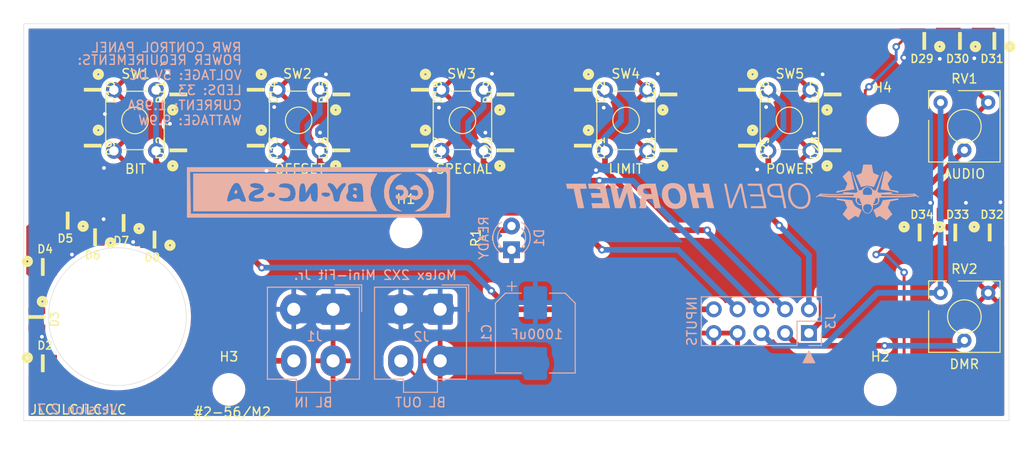
<source format=kicad_pcb>
(kicad_pcb (version 20211014) (generator pcbnew)
  (title_block (title "ABSIS NANO GENERAL I/O") (date "2017-12-26") (rev "-") (company "F/A-18C SIMPIT") (comment 1 "JOHN STEENSEN"))
  (layers (0 "F.Cu" signal) (31 "B.Cu" signal) (34 "B.Paste" user) (35 "F.Paste" user) (36 "B.SilkS" user "B.Silkscreen") (37 "F.SilkS" user "F.Silkscreen") (38 "B.Mask" user) (39 "F.Mask" user) (44 "Edge.Cuts" user))
  (net 0 "")
  (net 1 "GND")
  (net 2 "Net-(D1-Pad2)")
  (net 3 "/SPECIAL_SW")
  (net 4 "/OFFSET_SW")
  (net 5 "/BIT_SW")
  (net 6 "/LIMIT_SW")
  (net 7 "/POWER_SW")
  (net 8 "/BL_+5V")
  (net 9 "/BL_DIN")
  (net 10 "Net-(D2-Pad1)")
  (net 11 "Net-(D3-Pad1)")
  (net 12 "Net-(D4-Pad1)")
  (net 13 "Net-(D5-Pad1)")
  (net 14 "Net-(D6-Pad1)")
  (net 15 "Net-(D7-Pad1)")
  (net 16 "Net-(D8-Pad1)")
  (net 17 "/BL_DATA1")
  (net 18 "Net-(D10-Pad1)")
  (net 19 "Net-(D11-Pad1)")
  (net 20 "Net-(D12-Pad1)")
  (net 21 "Net-(D13-Pad1)")
  (net 22 "Net-(D14-Pad1)")
  (net 23 "Net-(D15-Pad1)")
  (net 24 "Net-(D16-Pad1)")
  (net 25 "/BL_DATA2")
  (net 26 "Net-(D18-Pad1)")
  (net 27 "Net-(D19-Pad1)")
  (net 28 "Net-(D20-Pad1)")
  (net 29 "Net-(D21-Pad1)")
  (net 30 "Net-(D22-Pad1)")
  (net 31 "Net-(D23-Pad1)")
  (net 32 "Net-(D24-Pad1)")
  (net 33 "Net-(D26-Pad1)")
  (net 34 "Net-(D27-Pad1)")
  (net 35 "Net-(D28-Pad1)")
  (net 36 "Net-(D29-Pad1)")
  (net 37 "Net-(D30-Pad1)")
  (net 38 "Net-(D31-Pad1)")
  (net 39 "Net-(D32-Pad1)")
  (net 40 "/BL_DOUT")
  (net 41 "/A_DMR")
  (net 42 "/A_AUDIO")
  (net 43 "+5V")
  (net 44 "/BL_DATA3")
  (net 45 "/BL_DATA4")
  (footprint "OH_Footprints:WS2812-2020" (layer "F.Cu") (at 129.01163 117.864084 180)
    (fp_text reference "D2")
    (fp_text value "LED" hide)
  )
  (footprint "OH_Footprints:WS2812-2020" (layer "F.Cu") (at 128.12263 113.165084 90)
    (fp_text reference "D3")
    (fp_text value "LED" hide)
  )
  (footprint "OH_Footprints:WS2812-2020" (layer "F.Cu") (at 129.01163 107.577084 180)
    (fp_text reference "D4")
    (fp_text value "LED" hide)
  )
  (footprint "OH_Footprints:WS2812-2020" (layer "F.Cu") (at 131.17063 102.624084)
    (fp_text reference "D5")
    (fp_text value "LED" hide)
  )
  (footprint "OH_Footprints:WS2812-2020" (layer "F.Cu") (at 134.09163 104.402084)
    (fp_text reference "D6")
    (fp_text value "LED" hide)
  )
  (footprint "OH_Footprints:WS2812-2020" (layer "F.Cu") (at 137.13963 102.878084)
    (fp_text reference "D7")
    (fp_text value "LED" hide)
  )
  (footprint "OH_Footprints:WS2812-2020" (layer "F.Cu") (at 140.44163 104.656084)
    (fp_text reference "D8")
    (fp_text value "LED" hide)
  )
  (footprint "OH_Footprints:WS2812-2020" (layer "F.Cu") (at 134.09163 94.877084 90)
    (fp_text reference "D9")
    (fp_text value "LED" hide)
  )
  (footprint "OH_Footprints:WS2812-2020" (layer "F.Cu") (at 143.23563 88.908084 -90)
    (fp_text reference "D11")
    (fp_text value "LED" hide)
  )
  (footprint "OH_Footprints:WS2812-2020" (layer "F.Cu") (at 143.23563 94.877084 -90)
    (fp_text reference "D12")
    (fp_text value "LED" hide)
  )
  (footprint "OH_Footprints:WS2812-2020" (layer "F.Cu") (at 151.49063 94.877084 90)
    (fp_text reference "D13")
    (fp_text value "LED" hide)
  )
  (footprint "OH_Footprints:WS2812-2020" (layer "F.Cu") (at 151.49063 88.908084 90)
    (fp_text reference "D14")
    (fp_text value "LED" hide)
  )
  (footprint "OH_Footprints:WS2812-2020" (layer "F.Cu") (at 160.63463 88.908084 -90)
    (fp_text reference "D15")
    (fp_text value "LED" hide)
  )
  (footprint "OH_Footprints:WS2812-2020" (layer "F.Cu") (at 160.63463 94.877084 -90)
    (fp_text reference "D16")
    (fp_text value "LED" hide)
  )
  (footprint "OH_Footprints:WS2812-2020" (layer "F.Cu") (at 169.01663 94.877084 90)
    (fp_text reference "D17")
    (fp_text value "LED" hide)
  )
  (footprint "OH_Footprints:WS2812-2020" (layer "F.Cu") (at 169.01663 88.908084 90)
    (fp_text reference "D18")
    (fp_text value "LED" hide)
  )
  (footprint "OH_Footprints:WS2812-2020" (layer "F.Cu") (at 178.16063 88.908084 -90)
    (fp_text reference "D19")
    (fp_text value "LED" hide)
  )
  (footprint "OH_Footprints:WS2812-2020" (layer "F.Cu") (at 178.16063 94.877084 -90)
    (fp_text reference "D20")
    (fp_text value "LED" hide)
  )
  (footprint "OH_Footprints:WS2812-2020" (layer "F.Cu") (at 186.41563 94.877084 90)
    (fp_text reference "D21")
    (fp_text value "LED" hide)
  )
  (footprint "OH_Footprints:WS2812-2020" (layer "F.Cu") (at 186.41563 88.908084 90)
    (fp_text reference "D22")
    (fp_text value "LED" hide)
  )
  (footprint "OH_Footprints:WS2812-2020" (layer "F.Cu") (at 195.55963 88.908084 -90)
    (fp_text reference "D23")
    (fp_text value "LED" hide)
  )
  (footprint "OH_Footprints:WS2812-2020" (layer "F.Cu") (at 195.55963 94.877084 -90)
    (fp_text reference "D24")
    (fp_text value "LED" hide)
  )
  (footprint "OH_Footprints:WS2812-2020" (layer "F.Cu") (at 203.94163 94.877084 90)
    (fp_text reference "D25")
    (fp_text value "LED" hide)
  )
  (footprint "OH_Footprints:WS2812-2020" (layer "F.Cu") (at 203.94163 88.908084 90)
    (fp_text reference "D26")
    (fp_text value "LED" hide)
  )
  (footprint "OH_Footprints:WS2812-2020" (layer "F.Cu") (at 213.08563 88.908084 -90)
    (fp_text reference "D27")
    (fp_text value "LED" hide)
  )
  (footprint "OH_Footprints:WS2812-2020" (layer "F.Cu") (at 226.430608 83.447084)
    (fp_text reference "D30")
    (fp_text value "LED" hide)
  )
  (footprint "OH_Footprints:WS2812-2020" (layer "F.Cu") (at 230.10363 83.447084)
    (fp_text reference "D31")
    (fp_text value "LED" hide)
  )
  (footprint "OH_Footprints:WS2812-2020" (layer "F.Cu") (at 230.10363 103.894084 180)
    (fp_text reference "D32")
    (fp_text value "LED" hide)
  )
  (footprint "OH_Footprints:WS2812-2020" (layer "F.Cu") (at 226.430608 103.894084 180)
    (fp_text reference "D33")
    (fp_text value "LED" hide)
  )
  (footprint "MountingHole:MountingHole_2.5mm" (layer "F.Cu") (at 218.16563 120.658084)
    (fp_text reference "H2")
    (fp_text value "MountingHole")
  )
  (footprint "MountingHole:MountingHole_2.5mm" (layer "F.Cu") (at 148.633132 120.658084)
    (fp_text reference "H3")
    (fp_text value "MountingHole")
  )
  (footprint "MountingHole:MountingHole_2.5mm" (layer "F.Cu") (at 218.419631 91.924335)
    (fp_text reference "H4")
    (fp_text value "MountingHole")
  )
  (footprint "OH_Footprints:R_0603_1608Metric" (layer "F.Cu") (at 176.265608 104.475561 -90)
    (fp_text reference "R1")
    (fp_text value "R")
  )
  (footprint "KiCAD Libraries:Bourns_3310Y" (layer "F.Cu") (at 227.150881 92.559335)
    (fp_text reference "RV1")
    (fp_text value "AUDIO")
  )
  (footprint "KiCAD Libraries:Bourns_3310Y" (layer "F.Cu") (at 227.150881 112.879335)
    (fp_text reference "RV2")
    (fp_text value "DMR")
  )
  (footprint "OH_Footprints:SW_TH_Tactile_Omron_B3F-10xx" (layer "F.Cu") (at 140.854381 88.685835 -90)
    (fp_text reference "SW1")
    (fp_text value "BIT")
  )
  (footprint "OH_Footprints:SW_TH_Tactile_Omron_B3F-10xx" (layer "F.Cu") (at 158.329581 88.673135 -90)
    (fp_text reference "SW2")
    (fp_text value "OFFSET")
  )
  (footprint "OH_Footprints:SW_TH_Tactile_Omron_B3F-10xx" (layer "F.Cu") (at 175.817482 88.673135 -90)
    (fp_text reference "SW3")
    (fp_text value "SPECIAL")
  )
  (footprint "OH_Footprints:SW_TH_Tactile_Omron_B3F-10xx" (layer "F.Cu") (at 188.784181 95.175535 90)
    (fp_text reference "SW4")
    (fp_text value "LIMIT")
  )
  (footprint "OH_Footprints:SW_TH_Tactile_Omron_B3F-10xx" (layer "F.Cu") (at 206.22128 95.175535 90)
    (fp_text reference "SW5")
    (fp_text value "POWER")
  )
  (footprint "MountingHole:MountingHole_2.5mm" (layer "F.Cu") (at 167.533132 103.830585)
    (fp_text reference "H1")
    (fp_text value "MountingHole")
  )
  (footprint "OH_Footprints:WS2812-2020" (layer "F.Cu") (at 134.09163 88.908084 90)
    (fp_text reference "D10")
    (fp_text value "LED" hide)
  )
  (footprint "OH_Footprints:WS2812-2020" (layer "F.Cu") (at 213.08563 94.877084 -90)
    (fp_text reference "D28")
    (fp_text value "LED" hide)
  )
  (footprint "OH_Footprints:WS2812-2020" (layer "F.Cu") (at 222.620608 103.894084 180)
    (fp_text reference "D34")
    (fp_text value "LED" hide)
  )
  (footprint "OH_Footprints:WS2812-2020" (layer "F.Cu") (at 222.620608 83.447084)
    (fp_text reference "D29")
    (fp_text value "LED" hide)
  )
  (footprint "OH_Footprints:CP_Elec_8x10" (layer "B.Cu") (at 181.345608 114.635561 -90)
    (fp_text reference "C1")
    (fp_text value "1000 nF")
  )
  (footprint "OH_Footprints:LED_D3.0mm" (layer "B.Cu") (at 178.805608 105.745561 90)
    (fp_text reference "D1")
    (fp_text value "READY")
  )
  (footprint "OH_Footprints:Molex_Mini-Fit_Jr_5566-04A_2x02_P4.20mm_Vertical" (layer "B.Cu") (at 159.755608 112.095561 180)
    (fp_text reference "J1")
    (fp_text value "BL IN")
  )
  (footprint "OH_Footprints:Molex_Mini-Fit_Jr_5566-04A_2x02_P4.20mm_Vertical" (layer "B.Cu") (at 171.185608 112.095561 180)
    (fp_text reference "J2")
    (fp_text value "BL OUT")
  )
  (footprint "Connector_PinHeader_2.54mm:PinHeader_2x05_P2.54mm_Vertical" (layer "B.Cu") (at 210.555608 114.635561 90)
    (fp_text reference "J3")
    (fp_text value "INPUTS")
  )
  (footprint "Openhornet:OH_LOGO_37.7mm_5.9mm" (layer "B.Cu") (at 203.475608 99.617739 180)
    (fp_text reference "G***" hide)
    (fp_text value "LOGO" hide)
  )
  (footprint "Openhornet:CC-BY-NC-SA-Small" (layer "B.Cu") (at 158.285608 99.615561 180)
    (fp_text reference "G***" hide)
    (fp_text value "LOGO" hide)
  )
  (gr_poly (pts (xy 211.190608 117.810561) (xy 209.920608 117.810561) (xy 210.555608 116.540561)) (layer "B.SilkS") (width 0.1) (fill solid))
  (gr_circle (center 136.726882 112.879334) (end 144.076882 112.879334) (layer "Edge.Cuts") (width 0.05) (fill none))
  (gr_line (start 126.735608 123.991834) (end 231.913381 123.991834) (layer "Edge.Cuts") (width 0.05))
  (gr_line (start 126.735608 81.615561) (end 126.735608 102.233108) (layer "Edge.Cuts") (width 0.05))
  (gr_line (start 231.913381 123.991834) (end 231.913381 81.615561) (layer "Edge.Cuts") (width 0.05))
  (gr_line (start 231.913381 81.615561) (end 126.735608 81.615561) (layer "Edge.Cuts") (width 0.05))
  (gr_line (start 126.735608 102.233108) (end 126.735608 123.991834) (layer "Edge.Cuts") (width 0.05))
  (gr_text "Version 2.7" (at 132.45968 122.759935) (layer "B.SilkS") (effects (font (size 1 1)) (justify mirror)))
  (gr_text "POWER REQUIREMENTS:\nVOLTAGE: 5V DC\nLEDS: 33\nCURRENT: 1.98A\nWATTAGE: 9.9W" (at 150.103608 88.705561) (layer "B.SilkS") (effects (font (size 1 1)) (justify left mirror)))
  (gr_text "1000uF" (at 181.505608 114.765561) (layer "B.SilkS") (effects (font (size 1 1)) (justify mirror)))
  (gr_text "RWR CONTROL PANEL" (at 141.975608 84.155561) (layer "B.SilkS") (effects (font (size 1 1)) (justify mirror)))
  (gr_text "Molex 2X2 Mini-Fit Jr." (at 164.265608 108.445561) (layer "B.SilkS") (effects (font (size 1 1)) (justify mirror)))
  (gr_text "#2-56/M2" (at 144.769608 123.081061) (layer "F.SilkS") (effects (font (size 1 1)) (justify left)))
  (gr_text "JLCJLCJLCJLC" (at 132.56128 122.810735) (layer "F.SilkS") (effects (font (size 1 1))))
  (segment (start 224.238009 82.194683) (end 223.535608 82.897084) (width 0.3048) (layer "F.Cu") (net 1))
  (segment (start 127.154708 103.319861) (end 128.818408 101.656161) (width 0.3048) (layer "F.Cu") (net 1))
  (segment (start 141.35663 103.983583) (end 140.324608 102.951561) (width 0.3048) (layer "F.Cu") (net 1))
  (segment (start 135.00663 103.852084) (end 135.00663 103.285083) (width 0.3048) (layer "F.Cu") (net 1))
  (segment (start 226.643207 82.194683) (end 224.238009 82.194683) (width 0.3048) (layer "F.Cu") (net 1))
  (segment (start 230.316229 82.194683) (end 228.048009 82.194683) (width 0.3048) (layer "F.Cu") (net 1))
  (segment (start 231.01863 82.897084) (end 230.316229 82.194683) (width 0.3048) (layer "F.Cu") (net 1))
  (segment (start 228.048009 82.194683) (end 227.345608 82.897084) (width 0.3048) (layer "F.Cu") (net 1))
  (segment (start 141.35663 104.106084) (end 141.35663 103.983583) (width 0.3048) (layer "F.Cu") (net 1))
  (segment (start 127.154708 108.247461) (end 127.154708 103.319861) (width 0.3048) (layer "F.Cu") (net 1))
  (segment (start 127.57263 108.651084) (end 127.57263 112.250084) (width 0.3048) (layer "F.Cu") (net 1))
  (segment (start 128.09663 108.127084) (end 127.57263 108.651084) (width 0.3048) (layer "F.Cu") (net 1))
  (segment (start 220.363086 82.222083) (end 219.699608 82.885561) (width 0.25) (layer "F.Cu") (net 1))
  (segment (start 127.558331 108.651084) (end 127.154708 108.247461) (width 0.3048) (layer "F.Cu") (net 1))
  (segment (start 127.57263 108.651084) (end 127.558331 108.651084) (width 0.3048) (layer "F.Cu") (net 1))
  (segment (start 135.00663 103.285083) (end 133.352308 101.630761) (width 0.3048) (layer "F.Cu") (net 1))
  (segment (start 227.345608 82.897084) (end 226.643207 82.194683) (width 0.3048) (layer "F.Cu") (net 1))
  (segment (start 222.860607 82.222083) (end 220.363086 82.222083) (width 0.25) (layer "F.Cu") (net 1))
  (segment (start 223.535608 82.897084) (end 222.860607 82.222083) (width 0.25) (layer "F.Cu") (net 1))
  (segment (start 171.185608 117.595561) (end 181.055608 117.595561) (width 3) (layer "B.Cu") (net 1))
  (segment (start 181.055608 117.595561) (end 181.345608 117.885561) (width 3) (layer "B.Cu") (net 1))
  (segment (start 178.360608 103.650561) (end 178.805608 103.205561) (width 0.6096) (layer "F.Cu") (net 2))
  (segment (start 176.265608 103.650561) (end 178.360608 103.650561) (width 0.6096) (layer "F.Cu") (net 2))
  (segment (start 175.817482 96.375216) (end 177.806017 98.363751) (width 0.6096) (layer "F.Cu") (net 3))
  (segment (start 175.817482 95.173135) (end 175.817482 96.375216) (width 0.6096) (layer "F.Cu") (net 3))
  (segment (start 177.806017 98.363751) (end 188.195459 98.363751) (width 0.6096) (layer "F.Cu") (net 3))
  (via (at 188.195459 98.363751) (size 0.8) (drill 0.4) (layers "F.Cu" "B.Cu") (net 3))
  (segment (start 175.817482 88.673135) (end 175.817482 90.509187) (width 0.6096) (layer "B.Cu") (net 3))
  (segment (start 175.817482 90.509187) (end 174.170108 92.156561) (width 0.6096) (layer "B.Cu") (net 3))
  (segment (start 191.743798 98.363751) (end 188.195459 98.363751) (width 0.6096) (layer "B.Cu") (net 3))
  (segment (start 174.170108 92.156561) (end 174.170108 93.525761) (width 0.6096) (layer "B.Cu") (net 3))
  (segment (start 205.475608 112.095561) (end 191.743798 98.363751) (width 0.6096) (layer "B.Cu") (net 3))
  (segment (start 174.170108 93.525761) (end 175.817482 95.173135) (width 0.6096) (layer "B.Cu") (net 3))
  (segment (start 163.743927 101.789562) (end 184.501609 101.789562) (width 0.6096) (layer "F.Cu") (net 4))
  (segment (start 184.501609 101.789562) (end 188.457608 105.745561) (width 0.6096) (layer "F.Cu") (net 4))
  (segment (start 158.329581 96.375216) (end 163.743927 101.789562) (width 0.6096) (layer "F.Cu") (net 4))
  (segment (start 158.329581 95.173135) (end 158.329581 96.375216) (width 0.6096) (layer "F.Cu") (net 4))
  (via (at 188.457608 105.745561) (size 0.8) (drill 0.4) (layers "F.Cu" "B.Cu") (net 4))
  (segment (start 158.329581 91.169588) (end 157.025108 92.474061) (width 0.6096) (layer "B.Cu") (net 4))
  (segment (start 196.585608 105.745561) (end 188.457608 105.745561) (width 0.6096) (layer "B.Cu") (net 4))
  (segment (start 157.025108 93.868662) (end 158.329581 95.173135) (width 0.6096) (layer "B.Cu") (net 4))
  (segment (start 157.025108 92.474061) (end 157.025108 93.868662) (width 0.6096) (layer "B.Cu") (net 4))
  (segment (start 158.329581 88.673135) (end 158.329581 91.169588) (width 0.6096) (layer "B.Cu") (net 4))
  (segment (start 202.935608 112.095561) (end 196.585608 105.745561) (width 0.6096) (layer "B.Cu") (net 4))
  (segment (start 178.615108 112.095561) (end 176.646608 110.127061) (width 0.6096) (layer "F.Cu") (net 5))
  (segment (start 140.854381 96.369334) (end 140.854381 95.185835) (width 0.6096) (layer "F.Cu") (net 5))
  (segment (start 200.395608 112.095561) (end 178.615108 112.095561) (width 0.6096) (layer "F.Cu") (net 5))
  (segment (start 152.135608 107.650561) (end 140.854381 96.369334) (width 0.6096) (layer "F.Cu") (net 5))
  (via (at 152.135608 107.650561) (size 0.8) (drill 0.4) (layers "F.Cu" "B.Cu") (net 5))
  (via (at 176.646608 110.127061) (size 0.8) (drill 0.4) (layers "F.Cu" "B.Cu") (net 5))
  (segment (start 174.170108 107.650561) (end 152.135608 107.650561) (width 0.6096) (layer "B.Cu") (net 5))
  (segment (start 140.854381 95.185835) (end 140.854381 88.685835) (width 0.6096) (layer "B.Cu") (net 5))
  (segment (start 176.646608 110.127061) (end 174.170108 107.650561) (width 0.6096) (layer "B.Cu") (net 5))
  (segment (start 195.188608 103.650061) (end 188.784181 97.245634) (width 0.6096) (layer "F.Cu") (net 6))
  (segment (start 199.697108 103.650061) (end 195.188608 103.650061) (width 0.6096) (layer "F.Cu") (net 6))
  (segment (start 188.784181 97.245634) (end 188.784181 95.175535) (width 0.6096) (layer "F.Cu") (net 6))
  (via (at 199.697108 103.650061) (size 0.8) (drill 0.4) (layers "F.Cu" "B.Cu") (net 6))
  (segment (start 199.697108 103.777061) (end 199.697108 103.650061) (width 0.6096) (layer "B.Cu") (net 6))
  (segment (start 188.784181 95.175535) (end 188.784181 93.671488) (width 0.6096) (layer "B.Cu") (net 6))
  (segment (start 188.784181 93.671488) (end 190.489608 91.966061) (width 0.6096) (layer "B.Cu") (net 6))
  (segment (start 208.015608 112.095561) (end 199.697108 103.777061) (width 0.6096) (layer "B.Cu") (net 6))
  (segment (start 190.489608 90.380962) (end 188.784181 88.675535) (width 0.6096) (layer "B.Cu") (net 6))
  (segment (start 190.489608 91.966061) (end 190.489608 90.380962) (width 0.6096) (layer "B.Cu") (net 6))
  (segment (start 206.22128 101.982733) (end 206.22128 95.175535) (width 0.6096) (layer "F.Cu") (net 7))
  (segment (start 207.380608 103.142061) (end 206.22128 101.982733) (width 0.6096) (layer "F.Cu") (net 7))
  (via (at 207.380608 103.142061) (size 0.8) (drill 0.4) (layers "F.Cu" "B.Cu") (net 7))
  (segment (start 206.22128 94.395389) (end 206.22128 95.175535) (width 0.6096) (layer "B.Cu") (net 7))
  (segment (start 207.825108 90.279363) (end 207.825108 92.791561) (width 0.6096) (layer "B.Cu") (net 7))
  (segment (start 210.555608 112.095561) (end 210.555608 106.317061) (width 0.6096) (layer "B.Cu") (net 7))
  (segment (start 206.22128 88.675535) (end 207.825108 90.279363) (width 0.6096) (layer "B.Cu") (net 7))
  (segment (start 210.555608 106.317061) (end 207.380608 103.142061) (width 0.6096) (layer "B.Cu") (net 7))
  (segment (start 207.825108 92.791561) (end 206.22128 94.395389) (width 0.6096) (layer "B.Cu") (net 7))
  (segment (start 128.67263 115.028084) (end 128.67263 114.080084) (width 0.3048) (layer "F.Cu") (net 8))
  (segment (start 131.87713 106.251584) (end 133.17663 104.952084) (width 0.3048) (layer "F.Cu") (net 8))
  (segment (start 134.64163 96.354183) (end 135.295408 97.007961) (width 0.3048) (layer "F.Cu") (net 8))
  (segment (start 227.345608 100.755061) (end 227.319608 100.729061) (width 0.3048) (layer "F.Cu") (net 8))
  (segment (start 231.01863 103.344084) (end 231.01863 100.681583) (width 0.3048) (layer "F.Cu") (net 8))
  (segment (start 227.345608 103.344084) (end 227.345608 100.755061) (width 0.3048) (layer "F.Cu") (net 8))
  (segment (start 186.96563 89.823084) (end 187.902131 89.823084) (width 0.3048) (layer "F.Cu") (net 8))
  (segment (start 205.301131 89.823084) (end 205.983608 90.505561) (width 0.3048) (layer "F.Cu") (net 8))
  (segment (start 129.92663 117.314084) (end 128.67263 116.060084) (width 0.3048) (layer "F.Cu") (net 8))
  (segment (start 221.705608 84.245061) (end 220.715608 85.235061) (width 0.3048) (layer "F.Cu") (net 8))
  (segment (start 160.08463 87.993084) (end 159.973631 87.993084) (width 0.3048) (layer "F.Cu") (net 8))
  (segment (start 204.49163 96.633583) (end 205.031108 97.173061) (width 0.3048) (layer "F.Cu") (net 8))
  (segment (start 152.04063 89.823084) (end 152.786631 89.823084) (width 0.3048) (layer "F.Cu") (net 8))
  (segment (start 152.786631 89.823084) (end 153.469108 90.505561) (width 0.3048) (layer "F.Cu") (net 8))
  (segment (start 135.258665 102.696441) (end 135.258665 102.473049) (width 0.3048) (layer "F.Cu") (net 8))
  (segment (start 225.515608 84.372061) (end 224.525608 85.362061) (width 0.3048) (layer "F.Cu") (net 8))
  (segment (start 134.64163 89.823084) (end 135.39404 90.575494) (width 0.3048) (layer "F.Cu") (net 8))
  (segment (start 225.515608 83.997084) (end 225.515608 84.372061) (width 0.3048) (layer "F.Cu") (net 8))
  (segment (start 142.68563 93.962084) (end 142.68563 92.635253) (width 0.3048) (layer "F.Cu") (net 8))
  (segment (start 212.53563 93.962084) (end 211.789631 93.962084) (width 0.3048) (layer "F.Cu") (net 8))
  (segment (start 231.01863 100.681583) (end 231.002608 100.665561) (width 0.3048) (layer "F.Cu") (net 8))
  (segment (start 229.18863 83.997084) (end 229.18863 84.318539) (width 0.3048) (layer "F.Cu") (net 8))
  (segment (start 221.705608 83.997084) (end 221.705608 84.245061) (width 0.3048) (layer "F.Cu") (net 8))
  (segment (start 160.08463 93.962084) (end 159.084631 93.962084) (width 0.3048) (layer "F.Cu") (net 8))
  (segment (start 176.737631 93.962084) (end 176.011608 93.236061) (width 0.3048) (layer "F.Cu") (net 8))
  (segment (start 152.04063 95.792084) (end 152.04063 96.697083) (width 0.3048) (layer "F.Cu") (net 8))
  (segment (start 138.70563 105.206084) (end 138.40963 104.910084) (width 0.3048) (layer "F.Cu") (net 8))
  (segment (start 229.18863 84.318539) (end 228.208608 85.298561) (width 0.3048) (layer "F.Cu") (net 8))
  (segment (start 134.64163 95.792084) (end 134.64163 96.354183) (width 0.3048) (layer "F.Cu") (net 8))
  (segment (start 152.04063 96.697083) (end 152.643608 97.300061) (width 0.3048) (layer "F.Cu") (net 8))
  (segment (start 135.39404 90.575494) (end 135.39404 91.251426) (width 0.3048) (layer "F.Cu") (net 8))
  (segment (start 211.789631 93.962084) (end 211.127108 93.299561) (width 0.3048) (layer "F.Cu") (net 8))
  (segment (start 195.00963 87.993084) (end 195.00963 87.532583) (width 0.3048) (layer "F.Cu") (net 8))
  (segment (start 170.312631 89.823084) (end 171.058608 90.569061) (width 0.3048) (layer "F.Cu") (net 8))
  (segment (start 212.53563 87.532583) (end 212.016108 87.013061) (width 0.3048) (layer "F.Cu") (net 8))
  (segment (start 204.49163 95.792084) (end 204.49163 96.633583) (width 0.3048) (layer "F.Cu") (net 8))
  (segment (start 169.56663 95.792084) (end 169.56663 96.760583) (width 0.3048) (layer "F.Cu") (net 8))
  (segment (start 136.22463 103.428084) (end 135.990308 103.428084) (width 0.3048) (layer "F.Cu") (net 8))
  (segment (start 186.96563 96.379583) (end 187.822608 97.236561) (width 0.3048) (layer "F.Cu") (net 8))
  (segment (start 195.00963 93.962084) (end 194.390631 93.962084) (width 0.3048) (layer "F.Cu") (net 8))
  (segment (start 139.52663 105.206084) (end 138.70563 105.206084) (width 0.3048) (layer "F.Cu") (net 8))
  (segment (start 129.92663 107.027084) (end 131.10163 107.027084) (width 0.3048) (layer "F.Cu") (net 8))
  (segment (start 186.96563 95.792084) (end 186.96563 96.379583) (width 0.3048) (layer "F.Cu") (net 8))
  (segment (start 131.10163 107.027084) (end 131.87713 106.251584) (width 0.3048) (layer "F.Cu") (net 8))
  (segment (start 177.61063 87.993084) (end 177.61063 87.850083) (width 0.3048) (layer "F.Cu") (net 8))
  (segment (start 142.68563 92.635253) (end 142.338923 92.288546) (width 0.3048) (layer "F.Cu") (net 8))
  (segment (start 135.990308 103.428084) (end 135.258665 102.696441) (width 0.3048) (layer "F.Cu") (net 8))
  (segment (start 132.03363 104.952084) (end 133.17663 104.952084) (width 0.3048) (layer "F.Cu") (net 8))
  (segment (start 142.68563 87.443683) (end 142.051808 86.809861) (width 0.3048) (layer "F.Cu") (net 8))
  (segment (start 169.56663 89.823084) (end 170.312631 89.823084) (width 0.3048) (layer "F.Cu") (net 8))
  (segment (start 177.61063 93.962084) (end 176.737631 93.962084) (width 0.3048) (layer "F.Cu") (net 8))
  (segment (start 195.00963 87.532583) (end 194.426608 86.949561) (width 0.3048) (layer "F.Cu") (net 8))
  (segment (start 159.084631 93.962084) (end 158.358608 93.236061) (width 0.3048) (layer "F.Cu") (net 8))
  (segment (start 212.53563 87.993084) (end 212.53563 87.532583) (width 0.3048) (layer "F.Cu") (net 8))
  (segment (start 204.49163 89.823084) (end 205.301131 89.823084) (width 0.3048) (layer "F.Cu") (net 8))
  (segment (start 194.390631 93.962084) (end 193.474108 93.045561) (width 0.3048) (layer "F.Cu") (net 8))
  (segment (start 159.973631 87.993084) (end 158.993608 87.013061) (width 0.3048) (layer "F.Cu") (net 8))
  (segment (start 130.25563 103.174084) (end 132.03363 104.952084) (width 0.3048) (layer "F.Cu") (net 8))
  (segment (start 223.535608 103.344084) (end 223.535608 100.755061) (width 0.3048) (layer "F.Cu") (net 8))
  (segment (start 169.56663 96.760583) (end 170.106108 97.300061) (width 0.3048) (layer "F.Cu") (net 8))
  (segment (start 128.67263 116.060084) (end 128.67263 115.028084) (width 0.3048) (layer "F.Cu") (net 8))
  (segment (start 177.61063 87.850083) (end 176.710108 86.949561) (width 0.3048) (layer "F.Cu") (net 8))
  (segment (start 223.535608 100.755061) (end 223.509608 100.729061) (width 0.3048) (layer "F.Cu") (net 8))
  (segment (start 142.68563 87.993084) (end 142.68563 87.443683) (width 0.3048) (layer "F.Cu") (net 8))
  (segment (start 187.902131 89.823084) (end 188.648108 90.569061) (width 0.3048) (layer "F.Cu") (net 8))
  (via (at 170.106108 97.300061) (size 0.8) (drill 0.4) (layers "F.Cu" "B.Cu") (net 8))
  (via (at 135.258665 102.473049) (size 0.8) (drill 0.4) (layers "F.Cu" "B.Cu") (net 8))
  (via (at 193.474108 93.045561) (size 0.8) (drill 0.4) (layers "F.Cu" "B.Cu") (net 8))
  (via (at 158.993608 87.013061) (size 0.8) (drill 0.4) (layers "F.Cu" "B.Cu") (net 8))
  (via (at 205.983608 90.505561) (size 0.8) (drill 0.4) (layers "F.Cu" "B.Cu") (net 8))
  (via (at 153.469108 90.505561) (size 0.8) (drill 0.4) (layers "F.Cu" "B.Cu") (net 8))
  (via (at 212.016108 87.013061) (size 0.8) (drill 0.4) (layers "F.Cu" "B.Cu") (net 8))
  (via (at 142.051808 86.809861) (size 0.8) (drill 0.4) (layers "F.Cu" "B.Cu") (net 8))
  (via (at 187.822608 97.236561) (size 0.8) (drill 0.4) (layers "F.Cu" "B.Cu") (net 8))
  (via (at 223.509608 100.729061) (size 0.8) (drill 0.4) (layers "F.Cu" "B.Cu") (net 8))
  (via (at 135.295408 97.007961) (size 0.8) (drill 0.4) (layers "F.Cu" "B.Cu") (net 8))
  (via (at 142.338923 92.288546) (size 0.8) (drill 0.4) (layers "F.Cu" "B.Cu") (net 8))
  (via (at 211.127108 93.299561) (size 0.8) (drill 0.4) (layers "F.Cu" "B.Cu") (net 8))
  (via (at 128.67263 115.028084) (size 0.8) (drill 0.4) (layers "F.Cu" "B.Cu") (net 8))
  (via (at 171.058608 90.569061) (size 0.8) (drill 0.4) (layers "F.Cu" "B.Cu") (net 8))
  (via (at 176.011608 93.236061) (size 0.8) (drill 0.4) (layers "F.Cu" "B.Cu") (net 8))
  (via (at 158.358608 93.236061) (size 0.8) (drill 0.4) (layers "F.Cu" "B.Cu") (net 8))
  (via (at 220.715608 85.235061) (size 0.8) (drill 0.4) (layers "F.Cu" "B.Cu") (net 8))
  (via (at 138.40963 104.910084) (size 0.8) (drill 0.4) (layers "F.Cu" "B.Cu") (net 8))
  (via (at 224.525608 85.362061) (size 0.8) (drill 0.4) (layers "F.Cu" "B.Cu") (net 8))
  (via (at 227.319608 100.729061) (size 0.8) (drill 0.4) (layers "F.Cu" "B.Cu") (net 8))
  (via (at 188.648108 90.569061) (size 0.8) (drill 0.4) (layers "F.Cu" "B.Cu") (net 8))
  (via (at 152.643608 97.300061) (size 0.8) (drill 0.4) (layers "F.Cu" "B.Cu") (net 8))
  (via (at 228.208608 85.298561) (size 0.8) (drill 0.4) (layers "F.Cu" "B.Cu") (net 8))
  (via (at 135.39404 91.251426) (size 0.8) (drill 0.4) (layers "F.Cu" "B.Cu") (net 8))
  (via (at 176.710108 86.949561) (size 0.8) (drill 0.4) (layers "F.Cu" "B.Cu") (net 8))
  (via (at 194.426608 86.949561) (size 0.8) (drill 0.4) (layers "F.Cu" "B.Cu") (net 8))
  (via (at 205.031108 97.173061) (size 0.8) (drill 0.4) (layers "F.Cu" "B.Cu") (net 8))
  (via (at 131.87713 106.251584) (size 0.8) (drill 0.4) (layers "F.Cu" "B.Cu") (net 8))
  (via (at 231.002608 100.665561) (size 0.8) (drill 0.4) (layers "F.Cu" "B.Cu") (net 8))
  (segment (start 171.185608 112.095561) (end 166.985608 112.095561) (width 3) (layer "B.Cu") (net 8))
  (segment (start 159.755608 112.095561) (end 155.555608 112.095561) (width 3) (layer "B.Cu") (net 8))
  (segment (start 166.985608 112.095561) (end 159.755608 112.095561) (width 3) (layer "B.Cu") (net 8))
  (segment (start 132.650354 121.137808) (end 129.92663 118.414084) (width 0.6096) (layer "F.Cu") (net 9))
  (segment (start 143.72836 121.137808) (end 132.650354 121.137808) (width 0.6096) (layer "F.Cu") (net 9))
  (segment (start 155.555608 117.595561) (end 147.270608 117.595561) (width 0.6096) (layer "F.Cu") (net 9))
  (segment (start 147.270608 117.595561) (end 143.72836 121.137808) (width 0.6096) (layer "F.Cu") (net 9))
  (segment (start 127.57263 116.790084) (end 127.57263 114.080084) (width 0.3048) (layer "F.Cu") (net 10))
  (segment (start 128.09663 117.314084) (end 127.57263 116.790084) (width 0.3048) (layer "F.Cu") (net 10))
  (segment (start 128.67263 112.250084) (end 128.67263 109.381084) (width 0.3048) (layer "F.Cu") (net 11))
  (segment (start 128.67263 109.381084) (end 129.92663 108.127084) (width 0.3048) (layer "F.Cu") (net 11))
  (segment (start 128.09663 103.578284) (end 129.60083 102.074084) (width 0.3048) (layer "F.Cu") (net 12))
  (segment (start 129.60083 102.074084) (end 130.25563 102.074084) (width 0.3048) (layer "F.Cu") (net 12))
  (segment (start 128.09663 107.027084) (end 128.09663 103.578284) (width 0.3048) (layer "F.Cu") (net 12))
  (segment (start 132.08563 103.174084) (end 132.49863 103.174084) (width 0.3048) (layer "F.Cu") (net 13))
  (segment (start 132.49863 103.174084) (end 133.17663 103.852084) (width 0.3048) (layer "F.Cu") (net 13))
  (segment (start 136.927031 102.375685) (end 136.87943 102.328084) (width 0.3048) (layer "F.Cu") (net 14))
  (segment (start 136.927031 104.060005) (end 136.927031 102.375685) (width 0.3048) (layer "F.Cu") (net 14))
  (segment (start 136.034952 104.952084) (end 136.927031 104.060005) (width 0.3048) (layer "F.Cu") (net 14))
  (segment (start 136.87943 102.328084) (end 136.22463 102.328084) (width 0.3048) (layer "F.Cu") (net 14))
  (segment (start 135.00663 104.952084) (end 136.034952 104.952084) (width 0.3048) (layer "F.Cu") (net 14))
  (segment (start 138.05463 103.428084) (end 138.84863 103.428084) (width 0.3048) (layer "F.Cu") (net 15))
  (segment (start 138.84863 103.428084) (end 139.52663 104.106084) (width 0.3048) (layer "F.Cu") (net 15))
  (segment (start 142.394708 103.497661) (end 138.318008 99.420961) (width 0.3048) (layer "F.Cu") (net 16))
  (segment (start 138.318008 99.420961) (end 136.514608 99.420961) (width 0.3048) (layer "F.Cu") (net 16))
  (segment (start 142.394708 104.822806) (end 142.394708 103.497661) (width 0.3048) (layer "F.Cu") (net 16))
  (segment (start 136.514608 99.419862) (end 133.54163 96.446884) (width 0.3048) (layer "F.Cu") (net 16))
  (segment (start 142.01143 105.206084) (end 142.394708 104.822806) (width 0.3048) (layer "F.Cu") (net 16))
  (segment (start 141.35663 105.206084) (end 142.01143 105.206084) (width 0.3048) (layer "F.Cu") (net 16))
  (segment (start 136.514608 99.420961) (end 136.514608 99.419862) (width 0.3048) (layer "F.Cu") (net 16))
  (segment (start 133.54163 96.446884) (end 133.54163 95.792084) (width 0.3048) (layer "F.Cu") (net 16))
  (segment (start 133.54163 90.057406) (end 133.54163 89.823084) (width 0.3048) (layer "F.Cu") (net 17))
  (segment (start 134.64163 91.157406) (end 133.54163 90.057406) (width 0.3048) (layer "F.Cu") (net 17))
  (segment (start 134.64163 93.962084) (end 134.64163 91.157406) (width 0.3048) (layer "F.Cu") (net 17))
  (segment (start 134.64163 87.993084) (end 136.93784 85.696874) (width 0.3048) (layer "F.Cu") (net 18))
  (segment (start 136.93784 85.696874) (end 142.14422 85.696874) (width 0.3048) (layer "F.Cu") (net 18))
  (segment (start 142.14422 85.696874) (end 143.78563 87.338284) (width 0.3048) (layer "F.Cu") (net 18))
  (segment (start 143.78563 87.338284) (end 143.78563 87.993084) (width 0.3048) (layer "F.Cu") (net 18))
  (segment (start 142.68563 91.571183) (end 142.68563 89.823084) (width 0.3048) (layer "F.Cu") (net 19))
  (segment (start 143.78563 93.962084) (end 143.78563 92.671183) (width 0.3048) (layer "F.Cu") (net 19))
  (segment (start 143.78563 92.671183) (end 142.68563 91.571183) (width 0.3048) (layer "F.Cu") (net 19))
  (segment (start 149.559653 97.173061) (end 150.94063 95.792084) (width 0.3048) (layer "F.Cu") (net 20))
  (segment (start 142.68563 95.792084) (end 142.68563 96.446884) (width 0.3048) (layer "F.Cu") (net 20))
  (segment (start 142.68563 96.446884) (end 143.411807 97.173061) (width 0.3048) (layer "F.Cu") (net 20))
  (segment (start 143.411807 97.173061) (end 149.559653 97.173061) (width 0.3048) (layer "F.Cu") (net 20))
  (segment (start 152.04063 93.962084) (end 152.04063 91.157406) (width 0.3048) (layer "F.Cu") (net 21))
  (segment (start 150.94063 90.057406) (end 150.94063 89.823084) (width 0.3048) (layer "F.Cu") (net 21))
  (segment (start 152.04063 91.157406) (end 150.94063 90.057406) (width 0.3048) (layer "F.Cu") (net 21))
  (segment (start 153.773055 86.260659) (end 160.107005 86.260659) (width 0.3048) (layer "F.Cu") (net 22))
  (segment (start 152.04063 87.993084) (end 153.773055 86.260659) (width 0.3048) (layer "F.Cu") (net 22))
  (segment (start 161.18463 87.338284) (end 161.18463 87.993084) (width 0.3048) (layer "F.Cu") (net 22))
  (segment (start 160.107005 86.260659) (end 161.18463 87.338284) (width 0.3048) (layer "F.Cu") (net 22))
  (segment (start 160.08463 89.823084) (end 160.08463 92.627762) (width 0.3048) (layer "F.Cu") (net 23))
  (segment (start 160.08463 92.627762) (end 161.18463 93.727762) (width 0.3048) (layer "F.Cu") (net 23))
  (segment (start 161.18463 93.727762) (end 161.18463 93.962084) (width 0.3048) (layer "F.Cu") (net 23))
  (segment (start 160.874307 97.236561) (end 167.022153 97.236561) (width 0.3048) (layer "F.Cu") (net 24))
  (segment (start 167.022153 97.236561) (end 168.46663 95.792084) (width 0.3048) (layer "F.Cu") (net 24))
  (segment (start 160.08463 96.446884) (end 160.874307 97.236561) (width 0.3048) (layer "F.Cu") (net 24))
  (segment (start 160.08463 95.792084) (end 160.08463 96.446884) (width 0.3048) (layer "F.Cu") (net 24))
  (segment (start 168.46663 90.057406) (end 168.46663 89.823084) (width 0.3048) (layer "F.Cu") (net 25))
  (segment (start 169.56663 91.157406) (end 168.46663 90.057406) (width 0.3048) (layer "F.Cu") (net 25))
  (segment (start 169.56663 93.962084) (end 169.56663 91.157406) (width 0.3048) (layer "F.Cu") (net 25))
  (segment (start 177.569505 86.197159) (end 178.71063 87.338284) (width 0.3048) (layer "F.Cu") (net 26))
  (segment (start 178.71063 87.338284) (end 178.71063 87.993084) (width 0.3048) (layer "F.Cu") (net 26))
  (segment (start 169.56663 87.993084) (end 171.362555 86.197159) (width 0.3048) (layer "F.Cu") (net 26))
  (segment (start 171.362555 86.197159) (end 177.569505 86.197159) (width 0.3048) (layer "F.Cu") (net 26))
  (segment (start 177.61063 89.823084) (end 177.61063 92.627762) (width 0.3048) (layer "F.Cu") (net 27))
  (segment (start 178.71063 93.727762) (end 178.71063 93.962084) (width 0.3048) (layer "F.Cu") (net 27))
  (segment (start 177.61063 92.627762) (end 178.71063 93.727762) (width 0.3048) (layer "F.Cu") (net 27))
  (segment (start 177.61063 96.446884) (end 178.400307 97.236561) (width 0.3048) (layer "F.Cu") (net 28))
  (segment (start 178.400307 97.236561) (end 184.421153 97.236561) (width 0.3048) (layer "F.Cu") (net 28))
  (segment (start 184.421153 97.236561) (end 185.86563 95.792084) (width 0.3048) (layer "F.Cu") (net 28))
  (segment (start 177.61063 95.792084) (end 177.61063 96.446884) (width 0.3048) (layer "F.Cu") (net 28))
  (segment (start 186.96563 91.157406) (end 185.86563 90.057406) (width 0.3048) (layer "F.Cu") (net 29))
  (segment (start 186.96563 93.962084) (end 186.96563 91.157406) (width 0.3048) (layer "F.Cu") (net 29))
  (segment (start 185.86563 90.057406) (end 185.86563 89.823084) (width 0.3048) (layer "F.Cu") (net 29))
  (segment (start 188.761555 86.197159) (end 194.968505 86.197159) (width 0.3048) (layer "F.Cu") (net 30))
  (segment (start 196.10963 87.338284) (end 196.10963 87.993084) (width 0.3048) (layer "F.Cu") (net 30))
  (segment (start 194.968505 86.197159) (end 196.10963 87.338284) (width 0.3048) (layer "F.Cu") (net 30))
  (segment (start 186.96563 87.993084) (end 188.761555 86.197159) (width 0.3048) (layer "F.Cu") (net 30))
  (segment (start 195.00963 92.627762) (end 196.10963 93.727762) (width 0.3048) (layer "F.Cu") (net 31))
  (segment (start 196.10963 93.727762) (end 196.10963 93.962084) (width 0.3048) (layer "F.Cu") (net 31))
  (segment (start 195.00963 89.823084) (end 195.00963 92.627762) (width 0.3048) (layer "F.Cu") (net 31))
  (segment (start 195.00963 95.792084) (end 195.00963 96.446884) (width 0.3048) (layer "F.Cu") (net 32))
  (segment (start 201.756653 97.427061) (end 203.39163 95.792084) (width 0.3048) (layer "F.Cu") (net 32))
  (segment (start 195.989807 97.427061) (end 201.756653 97.427061) (width 0.3048) (layer "F.Cu") (net 32))
  (segment (start 195.00963 96.446884) (end 195.989807 97.427061) (width 0.3048) (layer "F.Cu") (net 32))
  (segment (start 204.49163 87.993084) (end 206.224055 86.260659) (width 0.3048) (layer "F.Cu") (net 33))
  (segment (start 206.224055 86.260659) (end 212.558005 86.260659) (width 0.3048) (layer "F.Cu") (net 33))
  (segment (start 213.63563 87.338284) (end 213.63563 87.993084) (width 0.3048) (layer "F.Cu") (net 33))
  (segment (start 212.558005 86.260659) (end 213.63563 87.338284) (width 0.3048) (layer "F.Cu") (net 33))
  (segment (start 213.63563 93.727762) (end 213.63563 93.962084) (width 0.3048) (layer "F.Cu") (net 34))
  (segment (start 212.53563 92.627762) (end 213.63563 93.727762) (width 0.3048) (layer "F.Cu") (net 34))
  (segment (start 212.53563 89.823084) (end 212.53563 92.627762) (width 0.3048) (layer "F.Cu") (net 34))
  (segment (start 221.050808 82.897084) (end 219.87297 84.074923) (width 0.3048) (layer "F.Cu") (net 35))
  (segment (start 212.53563 95.792084) (end 212.53563 96.446884) (width 0.3048) (layer "F.Cu") (net 35))
  (segment (start 213.388807 97.300061) (end 214.492608 97.300061) (width 0.3048) (layer "F.Cu") (net 35))
  (segment (start 221.705608 82.897084) (end 221.050808 82.897084) (width 0.3048) (layer "F.Cu") (net 35))
  (segment (start 216.569109 88.74656) (end 216.969108 88.346561) (width 0.3048) (layer "F.Cu") (net 35))
  (segment (start 212.53563 96.446884) (end 213.388807 97.300061) (width 0.3048) (layer "F.Cu") (net 35))
  (segment (start 214.492608 97.300061) (end 216.569109 95.22356) (width 0.3048) (layer "F.Cu") (net 35))
  (segment (start 216.569109 95.22356) (end 216.569109 88.74656) (width 0.3048) (layer "F.Cu") (net 35))
  (via (at 216.969108 88.346561) (size 0.8) (drill 0.4) (layers "F.Cu" "B.Cu") (net 35))
  (via (at 219.87297 84.074923) (size 0.8) (drill 0.4) (layers "F.Cu" "B.Cu") (net 35))
  (segment (start 219.87297 85.442699) (end 216.969108 88.346561) (width 0.3048) (layer "B.Cu") (net 35))
  (segment (start 219.87297 84.074923) (end 219.87297 85.442699) (width 0.3048) (layer "B.Cu") (net 35))
  (segment (start 219.87297 84.074923) (end 219.87297 84.299699) (width 0.3048) (layer "B.Cu") (net 35))
  (segment (start 224.860808 82.897084) (end 223.760808 83.997084) (width 0.3048) (layer "F.Cu") (net 36))
  (segment (start 225.515608 82.897084) (end 224.860808 82.897084) (width 0.3048) (layer "F.Cu") (net 36))
  (segment (start 223.760808 83.997084) (end 223.535608 83.997084) (width 0.3048) (layer "F.Cu") (net 36))
  (segment (start 227.57993 83.997084) (end 227.345608 83.997084) (width 0.3048) (layer "F.Cu") (net 37))
  (segment (start 228.67993 82.897084) (end 227.57993 83.997084) (width 0.3048) (layer "F.Cu") (net 37))
  (segment (start 229.18863 82.897084) (end 228.67993 82.897084) (width 0.3048) (layer "F.Cu") (net 37))
  (segment (start 231.01863 99.535983) (end 230.059706 100.494907) (width 0.3048) (layer "F.Cu") (net 38))
  (segment (start 231.01863 83.997084) (end 231.01863 99.535983) (width 0.3048) (layer "F.Cu") (net 38))
  (segment (start 230.059706 100.494907) (end 230.059706 104.13996) (width 0.3048) (layer "F.Cu") (net 38))
  (segment (start 230.059706 104.13996) (end 230.36383 104.444084) (width 0.3048) (layer "F.Cu") (net 38))
  (segment (start 230.36383 104.444084) (end 231.01863 104.444084) (width 0.3048) (layer "F.Cu") (net 38))
  (segment (start 228.67993 103.344084) (end 227.57993 104.444084) (width 0.3048) (layer "F.Cu") (net 39))
  (segment (start 227.57993 104.444084) (end 227.345608 104.444084) (width 0.3048) (layer "F.Cu") (net 39))
  (segment (start 229.18863 103.344084) (end 228.67993 103.344084) (width 0.3048) (layer "F.Cu") (net 39))
  (segment (start 171.963108 122.573061) (end 219.763108 122.573061) (width 0.3048) (layer "F.Cu") (net 40))
  (segment (start 220.640585 103.344084) (end 217.731108 106.253561) (width 0.3048) (layer "F.Cu") (net 40))
  (segment (start 220.715608 121.620561) (end 220.715608 108.158561) (width 0.3048) (layer "F.Cu") (net 40))
  (segment (start 166.985608 117.595561) (end 171.963108 122.573061) (width 0.3048) (layer "F.Cu") (net 40))
  (segment (start 219.763108 122.573061) (end 220.715608 121.620561) (width 0.3048) (layer "F.Cu") (net 40))
  (segment (start 221.705608 103.344084) (end 220.640585 103.344084) (width 0.3048) (layer "F.Cu") (net 40))
  (via (at 220.715608 108.158561) (size 0.8) (drill 0.4) (layers "F.Cu" "B.Cu") (net 40))
  (via (at 217.731108 106.253561) (size 0.8) (drill 0.4) (layers "F.Cu" "B.Cu") (net 40))
  (segment (start 217.731108 106.253561) (end 218.810608 106.253561) (width 0.3048) (layer "B.Cu") (net 40))
  (segment (start 218.810608 106.253561) (end 220.715608 108.158561) (width 0.3048) (layer "B.Cu") (net 40))
  (segment (start 208.015608 114.635561) (end 209.370409 115.990362) (width 0.6096) (layer "F.Cu") (net 41))
  (segment (start 209.370409 115.990362) (end 218.641409 115.990362) (width 0.6096) (layer "F.Cu") (net 41))
  (via (at 218.641409 115.990362) (size 0.8) (drill 0.4) (layers "F.Cu" "B.Cu") (net 41))
  (segment (start 218.641409 115.990362) (end 226.579854 115.990362) (width 0.6096) (layer "B.Cu") (net 41))
  (segment (start 226.579854 115.990362) (end 227.150881 115.419335) (width 0.6096) (layer "B.Cu") (net 41))
  (segment (start 211.910409 110.339807) (end 227.150881 95.099335) (width 0.6096) (layer "F.Cu") (net 42))
  (segment (start 211.910409 113.28076) (end 211.910409 110.339807) (width 0.6096) (layer "F.Cu") (net 42))
  (segment (start 210.555608 114.635561) (end 211.910409 113.28076) (width 0.6096) (layer "F.Cu") (net 42))
  (segment (start 224.610881 90.019335) (end 224.610881 110.339335) (width 0.6096) (layer "B.Cu") (net 43))
  (segment (start 206.830409 115.990362) (end 212.248807 115.990362) (width 0.6096) (layer "B.Cu") (net 43))
  (segment (start 217.899834 110.339335) (end 224.610881 110.339335) (width 0.6096) (layer "B.Cu") (net 43))
  (segment (start 212.248807 115.990362) (end 217.899834 110.339335) (width 0.6096) (layer "B.Cu") (net 43))
  (segment (start 205.475608 114.635561) (end 206.830409 115.990362) (width 0.6096) (layer "B.Cu") (net 43))
  (segment (start 204.49163 91.157406) (end 203.39163 90.057406) (width 0.3048) (layer "F.Cu") (net 44))
  (segment (start 203.39163 90.057406) (end 203.39163 89.823084) (width 0.3048) (layer "F.Cu") (net 44))
  (segment (start 204.49163 93.962084) (end 204.49163 91.157406) (width 0.3048) (layer "F.Cu") (net 44))
  (segment (start 225.515608 103.344084) (end 224.860808 103.344084) (width 0.3048) (layer "F.Cu") (net 45))
  (segment (start 223.760808 104.444084) (end 223.535608 104.444084) (width 0.3048) (layer "F.Cu") (net 45))
  (segment (start 224.860808 103.344084) (end 223.760808 104.444084) (width 0.3048) (layer "F.Cu") (net 45))
  (zone (net 1) (net_name "GND") (layer "F.Cu") (connect_pads (clearance 0.508)) (min_thickness 0.254) (fill yes (thermal_gap 0.508) (thermal_bridge_width 0.508))
    (polygon (pts (xy 233.415608 127.335561) (xy 124.195608 127.335561) (xy 124.195608 79.075561) (xy 233.415608 79.075561)))
  )
  (zone (net 8) (net_name "/BL_+5V") (layer "B.Cu") (connect_pads (clearance 0.508)) (min_thickness 0.254) (fill yes (thermal_gap 0.508) (thermal_bridge_width 0.508))
    (polygon (pts (xy 233.415608 127.335561) (xy 124.195608 127.335561) (xy 124.195608 79.075561) (xy 233.415608 79.075561)))
  )
)
</source>
